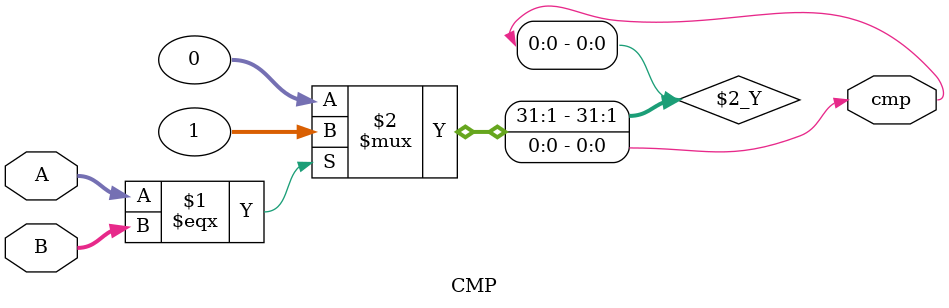
<source format=v>
`timescale 1ns / 1ps
module CMP(                //ÊµÏÖbÀàÖ¸ÁîµÄ±È½Ï²Ù×÷
    input [31:0] A,
    input [31:0] B,
    output cmp            //Br=1£¬Ìõ¼þ³ÉÁ¢£»   Br=0£¬Ìõ¼þ²»³ÉÁ¢
    );
	 assign cmp=(A===B)?1:0;


endmodule

</source>
